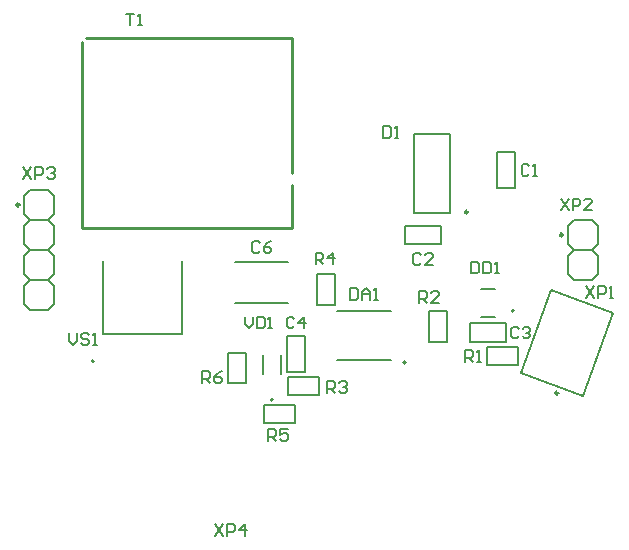
<source format=gto>
G04*
G04 #@! TF.GenerationSoftware,Altium Limited,Altium Designer,25.1.2 (22)*
G04*
G04 Layer_Color=65535*
%FSLAX44Y44*%
%MOMM*%
G71*
G04*
G04 #@! TF.SameCoordinates,B544AF3D-E007-40DE-A55D-0D444B96CDD7*
G04*
G04*
G04 #@! TF.FilePolarity,Positive*
G04*
G01*
G75*
%ADD10C,0.2540*%
%ADD11C,0.2500*%
%ADD12C,0.2000*%
%ADD13C,0.1500*%
D10*
X-246750Y38100D02*
G03*
X-246750Y38100I-1250J0D01*
G01*
X213250Y12700D02*
G03*
X213250Y12700I-1250J0D01*
G01*
X-194000Y18250D02*
Y176000D01*
Y18250D02*
X-16250D01*
X-190500Y179500D02*
X-16000D01*
Y18500D02*
Y54652D01*
Y65348D02*
Y179500D01*
D11*
X133000Y32000D02*
G03*
X133000Y32000I-1250J0D01*
G01*
X209424Y-121269D02*
G03*
X209424Y-121269I-1250J0D01*
G01*
D12*
X-183500Y-94250D02*
G03*
X-183500Y-94250I-1000J0D01*
G01*
X80290Y-95360D02*
G03*
X80290Y-95360I-1000J0D01*
G01*
X172000Y-51500D02*
G03*
X172000Y-51500I-1000J0D01*
G01*
X-32001Y-126999D02*
G03*
X-32001Y-126999I-1000J0D01*
G01*
X-242700Y30480D02*
X-237620Y25400D01*
X-222380D02*
X-217300Y30480D01*
Y45800D01*
X-222380Y50800D02*
X-217300Y45720D01*
X-237620Y50800D02*
X-222380D01*
X-242700Y45720D02*
X-237620Y50800D01*
Y25400D02*
X-222380D01*
X-242700Y-45720D02*
Y-30480D01*
Y-45720D02*
X-237620Y-50800D01*
X-222380D02*
X-217300Y-45720D01*
Y-30400D01*
X-222380Y-25400D02*
X-217300Y-30480D01*
X-242700D02*
X-237620Y-25400D01*
Y-50800D02*
X-222380D01*
X-242700Y-20320D02*
Y-5080D01*
Y-20320D02*
X-237620Y-25400D01*
X-222380D02*
X-217300Y-20320D01*
Y-5000D01*
X-222380Y0D02*
X-217300Y-5080D01*
X-242700D02*
X-237620Y0D01*
Y-25400D02*
X-222380D01*
Y25400D02*
X-217300Y20320D01*
X-242700D02*
X-237620Y25400D01*
X-242700Y30480D02*
Y45720D01*
Y5080D02*
Y20320D01*
Y5080D02*
X-237620Y0D01*
X-222380D02*
X-217300Y5080D01*
Y20400D01*
X-237620Y0D02*
X-222380D01*
X222380Y-25400D02*
X237620D01*
X242700Y-20320D02*
Y-5000D01*
X237620Y-25400D02*
X242700Y-20320D01*
X217300D02*
X222380Y-25400D01*
X217300Y-20320D02*
Y-5080D01*
Y5080D02*
Y20320D01*
Y-5080D02*
X222380Y0D01*
X237620D02*
X242700Y-5080D01*
X222380Y0D02*
X237620D01*
X217300Y20320D02*
X222380Y25400D01*
X237620D01*
X242700Y20320D01*
Y5080D02*
Y20400D01*
X237620Y0D02*
X242700Y5080D01*
X217300D02*
X222380Y0D01*
X118000Y31500D02*
Y98500D01*
X87000Y31500D02*
Y98500D01*
Y31500D02*
X118000D01*
X87000Y98500D02*
X118000D01*
X157250Y52500D02*
Y82500D01*
X172750D01*
X157250Y52500D02*
X172750D01*
Y82500D01*
X80000Y4750D02*
X110000D01*
X80000D02*
Y20250D01*
X110000D01*
Y4750D02*
Y20250D01*
X135000Y-77750D02*
X165000D01*
X135000D02*
Y-62250D01*
X165000D01*
Y-77750D02*
Y-62250D01*
X-20250Y-103250D02*
X-4750D01*
X-20250D02*
Y-73250D01*
X-4750D01*
Y-103250D02*
Y-73250D01*
X149500Y-97500D02*
Y-82500D01*
Y-97500D02*
X175500D01*
X149500Y-82500D02*
X175500D01*
Y-97500D02*
Y-82500D01*
X100000Y-78000D02*
Y-52000D01*
Y-78000D02*
X115000D01*
X100000Y-52000D02*
X115000D01*
Y-78000D02*
Y-52000D01*
X-19250Y-123000D02*
Y-108000D01*
Y-123000D02*
X6750D01*
X-19250Y-108000D02*
X6750D01*
Y-123000D02*
Y-108000D01*
X5000Y-46500D02*
Y-20500D01*
Y-46500D02*
X20000D01*
X5000Y-20500D02*
X20000D01*
Y-46500D02*
Y-20500D01*
X-39750Y-146500D02*
Y-131500D01*
Y-146500D02*
X-13750D01*
X-39750Y-131500D02*
X-13750D01*
Y-146500D02*
Y-131500D01*
X-70000Y-113000D02*
Y-87000D01*
Y-113000D02*
X-55000D01*
X-70000Y-87000D02*
X-55000D01*
Y-113000D02*
Y-87000D01*
X178105Y-104472D02*
X230656Y-123599D01*
X178105Y-104472D02*
X203612Y-34393D01*
X230656Y-123599D02*
X256163Y-53520D01*
X203612Y-34393D02*
X256163Y-53520D01*
X-204663Y-70502D02*
Y-77166D01*
X-201331Y-80498D01*
X-197998Y-77166D01*
Y-70502D01*
X-188002Y-72168D02*
X-189668Y-70502D01*
X-193000D01*
X-194666Y-72168D01*
Y-73834D01*
X-193000Y-75500D01*
X-189668D01*
X-188002Y-77166D01*
Y-78832D01*
X-189668Y-80498D01*
X-193000D01*
X-194666Y-78832D01*
X-184669Y-80498D02*
X-181337D01*
X-183003D01*
Y-70502D01*
X-184669Y-72168D01*
X33337Y-32502D02*
Y-42498D01*
X38335D01*
X40002Y-40832D01*
Y-34168D01*
X38335Y-32502D01*
X33337D01*
X43334Y-42498D02*
Y-35834D01*
X46666Y-32502D01*
X49998Y-35834D01*
Y-42498D01*
Y-37500D01*
X43334D01*
X53331Y-42498D02*
X56663D01*
X54997D01*
Y-32502D01*
X53331Y-34168D01*
X-43416Y6082D02*
X-45082Y7748D01*
X-48415D01*
X-50081Y6082D01*
Y-582D01*
X-48415Y-2248D01*
X-45082D01*
X-43416Y-582D01*
X-33419Y7748D02*
X-36752Y6082D01*
X-40084Y2750D01*
Y-582D01*
X-38418Y-2248D01*
X-35085D01*
X-33419Y-582D01*
Y1084D01*
X-35085Y2750D01*
X-40084D01*
X-80829Y-232002D02*
X-74165Y-241998D01*
Y-232002D02*
X-80829Y-241998D01*
X-70832D02*
Y-232002D01*
X-65834D01*
X-64168Y-233668D01*
Y-237000D01*
X-65834Y-238666D01*
X-70832D01*
X-55837Y-241998D02*
Y-232002D01*
X-60835Y-237000D01*
X-54171D01*
X232837Y-30502D02*
X239502Y-40498D01*
Y-30502D02*
X232837Y-40498D01*
X242834D02*
Y-30502D01*
X247832D01*
X249498Y-32168D01*
Y-35500D01*
X247832Y-37166D01*
X242834D01*
X252831Y-40498D02*
X256163D01*
X254497D01*
Y-30502D01*
X252831Y-32168D01*
X211530Y43473D02*
X218195Y33476D01*
Y43473D02*
X211530Y33476D01*
X221527D02*
Y43473D01*
X226525D01*
X228191Y41807D01*
Y38474D01*
X226525Y36808D01*
X221527D01*
X238188Y33476D02*
X231524D01*
X238188Y40141D01*
Y41807D01*
X236522Y43473D01*
X233190D01*
X231524Y41807D01*
X-243329Y69998D02*
X-236665Y60002D01*
Y69998D02*
X-243329Y60002D01*
X-233332D02*
Y69998D01*
X-228334D01*
X-226668Y68332D01*
Y65000D01*
X-228334Y63334D01*
X-233332D01*
X-223335Y68332D02*
X-221669Y69998D01*
X-218337D01*
X-216671Y68332D01*
Y66666D01*
X-218337Y65000D01*
X-220003D01*
X-218337D01*
X-216671Y63334D01*
Y61668D01*
X-218337Y60002D01*
X-221669D01*
X-223335Y61668D01*
X-55913Y-56502D02*
Y-63166D01*
X-52581Y-66498D01*
X-49248Y-63166D01*
Y-56502D01*
X-45916D02*
Y-66498D01*
X-40918D01*
X-39252Y-64832D01*
Y-58168D01*
X-40918Y-56502D01*
X-45916D01*
X-35919Y-66498D02*
X-32587D01*
X-34253D01*
Y-56502D01*
X-35919Y-58168D01*
X-156664Y199998D02*
X-150000D01*
X-153332D01*
Y190002D01*
X-146668D02*
X-143336D01*
X-145002D01*
Y199998D01*
X-146668Y198332D01*
X3919Y-12248D02*
Y-2252D01*
X8918D01*
X10584Y-3918D01*
Y-7250D01*
X8918Y-8916D01*
X3919D01*
X7252D02*
X10584Y-12248D01*
X18915D02*
Y-2252D01*
X13916Y-7250D01*
X20581D01*
X91669Y-44998D02*
Y-35002D01*
X96668D01*
X98334Y-36668D01*
Y-40000D01*
X96668Y-41666D01*
X91669D01*
X95002D02*
X98334Y-44998D01*
X108331D02*
X101666D01*
X108331Y-38334D01*
Y-36668D01*
X106664Y-35002D01*
X103332D01*
X101666Y-36668D01*
X130836Y-94998D02*
Y-85002D01*
X135834D01*
X137500Y-86668D01*
Y-90000D01*
X135834Y-91666D01*
X130836D01*
X134168D02*
X137500Y-94998D01*
X140832D02*
X144164D01*
X142498D01*
Y-85002D01*
X140832Y-86668D01*
X13919Y-120998D02*
Y-111002D01*
X18918D01*
X20584Y-112668D01*
Y-116000D01*
X18918Y-117666D01*
X13919D01*
X17252D02*
X20584Y-120998D01*
X23916Y-112668D02*
X25582Y-111002D01*
X28914D01*
X30581Y-112668D01*
Y-114334D01*
X28914Y-116000D01*
X27248D01*
X28914D01*
X30581Y-117666D01*
Y-119332D01*
X28914Y-120998D01*
X25582D01*
X23916Y-119332D01*
X-91831Y-112498D02*
Y-102502D01*
X-86832D01*
X-85166Y-104168D01*
Y-107500D01*
X-86832Y-109166D01*
X-91831D01*
X-88498D02*
X-85166Y-112498D01*
X-75169Y-102502D02*
X-78502Y-104168D01*
X-81834Y-107500D01*
Y-110832D01*
X-80168Y-112498D01*
X-76835D01*
X-75169Y-110832D01*
Y-109166D01*
X-76835Y-107500D01*
X-81834D01*
X-36331Y-161498D02*
Y-151502D01*
X-31332D01*
X-29666Y-153168D01*
Y-156500D01*
X-31332Y-158166D01*
X-36331D01*
X-32998D02*
X-29666Y-161498D01*
X-19669Y-151502D02*
X-26334D01*
Y-156500D01*
X-23002Y-154834D01*
X-21335D01*
X-19669Y-156500D01*
Y-159832D01*
X-21335Y-161498D01*
X-24668D01*
X-26334Y-159832D01*
X135837Y-10002D02*
Y-19998D01*
X140836D01*
X142502Y-18332D01*
Y-11668D01*
X140836Y-10002D01*
X135837D01*
X145834D02*
Y-19998D01*
X150832D01*
X152498Y-18332D01*
Y-11668D01*
X150832Y-10002D01*
X145834D01*
X155831Y-19998D02*
X159163D01*
X157497D01*
Y-10002D01*
X155831Y-11668D01*
X60835Y104998D02*
Y95002D01*
X65834D01*
X67500Y96668D01*
Y103332D01*
X65834Y104998D01*
X60835D01*
X70832Y95002D02*
X74165D01*
X72498D01*
Y104998D01*
X70832Y103332D01*
X93334Y-4168D02*
X91668Y-2502D01*
X88336D01*
X86669Y-4168D01*
Y-10832D01*
X88336Y-12498D01*
X91668D01*
X93334Y-10832D01*
X103331Y-12498D02*
X96666D01*
X103331Y-5834D01*
Y-4168D01*
X101664Y-2502D01*
X98332D01*
X96666Y-4168D01*
X175834Y-66668D02*
X174168Y-65002D01*
X170835D01*
X169169Y-66668D01*
Y-73332D01*
X170835Y-74998D01*
X174168D01*
X175834Y-73332D01*
X179166Y-66668D02*
X180832Y-65002D01*
X184165D01*
X185831Y-66668D01*
Y-68334D01*
X184165Y-70000D01*
X182498D01*
X184165D01*
X185831Y-71666D01*
Y-73332D01*
X184165Y-74998D01*
X180832D01*
X179166Y-73332D01*
X185000Y70832D02*
X183334Y72498D01*
X180002D01*
X178335Y70832D01*
Y64168D01*
X180002Y62502D01*
X183334D01*
X185000Y64168D01*
X188332Y62502D02*
X191665D01*
X189998D01*
Y72498D01*
X188332Y70832D01*
X-13916Y-58168D02*
X-15582Y-56502D01*
X-18915D01*
X-20581Y-58168D01*
Y-64832D01*
X-18915Y-66498D01*
X-15582D01*
X-13916Y-64832D01*
X-5586Y-66498D02*
Y-56502D01*
X-10584Y-61500D01*
X-3919D01*
D13*
X-176200Y-71530D02*
Y-9320D01*
X-108800Y-71530D02*
Y-9320D01*
X-176200Y-71530D02*
X-108800D01*
X22000Y-51750D02*
X68000D01*
X22000Y-93250D02*
X68000D01*
X-64500Y-45250D02*
Y-44950D01*
Y-45250D02*
X-19500D01*
X-64500Y-10550D02*
Y-10250D01*
X-19500D01*
Y-45250D02*
Y-44950D01*
Y-10550D02*
Y-10250D01*
X143750Y-56700D02*
X156250D01*
X143750Y-33300D02*
X156250D01*
X-40501Y-105299D02*
Y-88699D01*
X-25501Y-105299D02*
Y-88699D01*
M02*

</source>
